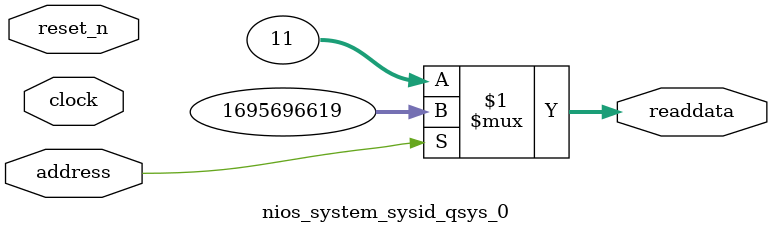
<source format=v>



// synthesis translate_off
`timescale 1ns / 1ps
// synthesis translate_on

// turn off superfluous verilog processor warnings 
// altera message_level Level1 
// altera message_off 10034 10035 10036 10037 10230 10240 10030 

module nios_system_sysid_qsys_0 (
               // inputs:
                address,
                clock,
                reset_n,

               // outputs:
                readdata
             )
;

  output  [ 31: 0] readdata;
  input            address;
  input            clock;
  input            reset_n;

  wire    [ 31: 0] readdata;
  //control_slave, which is an e_avalon_slave
  assign readdata = address ? 1695696619 : 11;

endmodule



</source>
